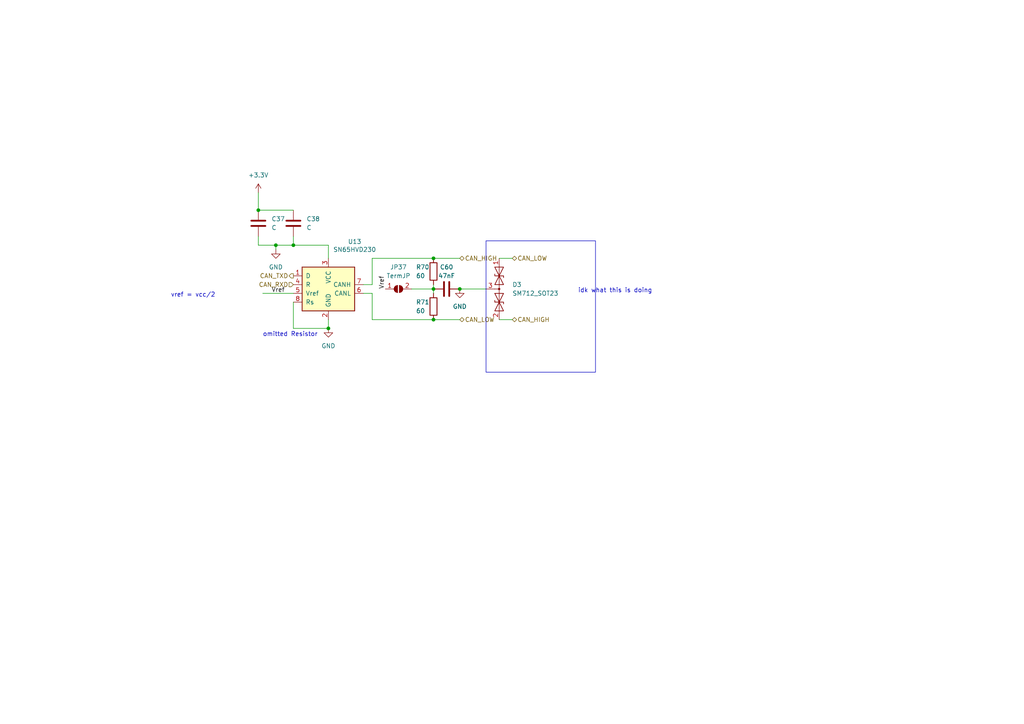
<source format=kicad_sch>
(kicad_sch (version 20230121) (generator eeschema)

  (uuid db92dc65-7c38-48f1-906f-11b9fe1f8371)

  (paper "A4")

  (lib_symbols
    (symbol "Device:C" (pin_numbers hide) (pin_names (offset 0.254)) (in_bom yes) (on_board yes)
      (property "Reference" "C" (at 0.635 2.54 0)
        (effects (font (size 1.27 1.27)) (justify left))
      )
      (property "Value" "C" (at 0.635 -2.54 0)
        (effects (font (size 1.27 1.27)) (justify left))
      )
      (property "Footprint" "" (at 0.9652 -3.81 0)
        (effects (font (size 1.27 1.27)) hide)
      )
      (property "Datasheet" "~" (at 0 0 0)
        (effects (font (size 1.27 1.27)) hide)
      )
      (property "ki_keywords" "cap capacitor" (at 0 0 0)
        (effects (font (size 1.27 1.27)) hide)
      )
      (property "ki_description" "Unpolarized capacitor" (at 0 0 0)
        (effects (font (size 1.27 1.27)) hide)
      )
      (property "ki_fp_filters" "C_*" (at 0 0 0)
        (effects (font (size 1.27 1.27)) hide)
      )
      (symbol "C_0_1"
        (polyline
          (pts
            (xy -2.032 -0.762)
            (xy 2.032 -0.762)
          )
          (stroke (width 0.508) (type default))
          (fill (type none))
        )
        (polyline
          (pts
            (xy -2.032 0.762)
            (xy 2.032 0.762)
          )
          (stroke (width 0.508) (type default))
          (fill (type none))
        )
      )
      (symbol "C_1_1"
        (pin passive line (at 0 3.81 270) (length 2.794)
          (name "~" (effects (font (size 1.27 1.27))))
          (number "1" (effects (font (size 1.27 1.27))))
        )
        (pin passive line (at 0 -3.81 90) (length 2.794)
          (name "~" (effects (font (size 1.27 1.27))))
          (number "2" (effects (font (size 1.27 1.27))))
        )
      )
    )
    (symbol "Device:R" (pin_numbers hide) (pin_names (offset 0)) (in_bom yes) (on_board yes)
      (property "Reference" "R" (at 2.032 0 90)
        (effects (font (size 1.27 1.27)))
      )
      (property "Value" "R" (at 0 0 90)
        (effects (font (size 1.27 1.27)))
      )
      (property "Footprint" "" (at -1.778 0 90)
        (effects (font (size 1.27 1.27)) hide)
      )
      (property "Datasheet" "~" (at 0 0 0)
        (effects (font (size 1.27 1.27)) hide)
      )
      (property "ki_keywords" "R res resistor" (at 0 0 0)
        (effects (font (size 1.27 1.27)) hide)
      )
      (property "ki_description" "Resistor" (at 0 0 0)
        (effects (font (size 1.27 1.27)) hide)
      )
      (property "ki_fp_filters" "R_*" (at 0 0 0)
        (effects (font (size 1.27 1.27)) hide)
      )
      (symbol "R_0_1"
        (rectangle (start -1.016 -2.54) (end 1.016 2.54)
          (stroke (width 0.254) (type default))
          (fill (type none))
        )
      )
      (symbol "R_1_1"
        (pin passive line (at 0 3.81 270) (length 1.27)
          (name "~" (effects (font (size 1.27 1.27))))
          (number "1" (effects (font (size 1.27 1.27))))
        )
        (pin passive line (at 0 -3.81 90) (length 1.27)
          (name "~" (effects (font (size 1.27 1.27))))
          (number "2" (effects (font (size 1.27 1.27))))
        )
      )
    )
    (symbol "Diode:SM712_SOT23" (pin_names (offset 1.016) hide) (in_bom yes) (on_board yes)
      (property "Reference" "D" (at 0 4.445 0)
        (effects (font (size 1.27 1.27)))
      )
      (property "Value" "SM712_SOT23" (at 0 2.54 0)
        (effects (font (size 1.27 1.27)))
      )
      (property "Footprint" "Package_TO_SOT_SMD:SOT-23" (at 0 -8.89 0)
        (effects (font (size 1.27 1.27)) hide)
      )
      (property "Datasheet" "https://www.littelfuse.com/~/media/electronics/datasheets/tvs_diode_arrays/littelfuse_tvs_diode_array_sm712_datasheet.pdf.pdf" (at -3.81 0 0)
        (effects (font (size 1.27 1.27)) hide)
      )
      (property "ki_keywords" "transient voltage suppressor thyrector transil" (at 0 0 0)
        (effects (font (size 1.27 1.27)) hide)
      )
      (property "ki_description" "7V/12V, 600W Asymmetrical TVS Diode Array, SOT-23" (at 0 0 0)
        (effects (font (size 1.27 1.27)) hide)
      )
      (property "ki_fp_filters" "SOT?23*" (at 0 0 0)
        (effects (font (size 1.27 1.27)) hide)
      )
      (symbol "SM712_SOT23_0_0"
        (polyline
          (pts
            (xy 0 -1.27)
            (xy 0 0)
          )
          (stroke (width 0) (type default))
          (fill (type none))
        )
      )
      (symbol "SM712_SOT23_0_1"
        (polyline
          (pts
            (xy -6.35 0)
            (xy 6.35 0)
          )
          (stroke (width 0) (type default))
          (fill (type none))
        )
        (polyline
          (pts
            (xy -3.302 1.27)
            (xy -3.81 1.27)
            (xy -3.81 -1.27)
            (xy -4.318 -1.27)
          )
          (stroke (width 0.2032) (type default))
          (fill (type none))
        )
        (polyline
          (pts
            (xy 4.318 1.27)
            (xy 3.81 1.27)
            (xy 3.81 -1.27)
            (xy 3.302 -1.27)
          )
          (stroke (width 0.2032) (type default))
          (fill (type none))
        )
        (polyline
          (pts
            (xy -6.35 -1.27)
            (xy -1.27 1.27)
            (xy -1.27 -1.27)
            (xy -6.35 1.27)
            (xy -6.35 -1.27)
          )
          (stroke (width 0.2032) (type default))
          (fill (type none))
        )
        (polyline
          (pts
            (xy 1.27 -1.27)
            (xy 1.27 1.27)
            (xy 6.35 -1.27)
            (xy 6.35 1.27)
            (xy 1.27 -1.27)
          )
          (stroke (width 0.2032) (type default))
          (fill (type none))
        )
        (circle (center 0 0) (radius 0.254)
          (stroke (width 0) (type default))
          (fill (type outline))
        )
      )
      (symbol "SM712_SOT23_1_1"
        (pin passive line (at -8.89 0 0) (length 2.54)
          (name "A1" (effects (font (size 1.27 1.27))))
          (number "1" (effects (font (size 1.27 1.27))))
        )
        (pin passive line (at 8.89 0 180) (length 2.54)
          (name "A2" (effects (font (size 1.27 1.27))))
          (number "2" (effects (font (size 1.27 1.27))))
        )
        (pin input line (at 0 -3.81 90) (length 2.54)
          (name "common" (effects (font (size 1.27 1.27))))
          (number "3" (effects (font (size 1.27 1.27))))
        )
      )
    )
    (symbol "Interface_CAN_LIN:SN65HVD230" (pin_names (offset 1.016)) (in_bom yes) (on_board yes)
      (property "Reference" "U" (at -2.54 10.16 0)
        (effects (font (size 1.27 1.27)) (justify right))
      )
      (property "Value" "SN65HVD230" (at -2.54 7.62 0)
        (effects (font (size 1.27 1.27)) (justify right))
      )
      (property "Footprint" "Package_SO:SOIC-8_3.9x4.9mm_P1.27mm" (at 0 -12.7 0)
        (effects (font (size 1.27 1.27)) hide)
      )
      (property "Datasheet" "http://www.ti.com/lit/ds/symlink/sn65hvd230.pdf" (at -2.54 10.16 0)
        (effects (font (size 1.27 1.27)) hide)
      )
      (property "ki_keywords" "can transeiver ti low-power" (at 0 0 0)
        (effects (font (size 1.27 1.27)) hide)
      )
      (property "ki_description" "CAN Bus Transceivers, 3.3V, 1Mbps, Low-Power capabilities, SOIC-8" (at 0 0 0)
        (effects (font (size 1.27 1.27)) hide)
      )
      (property "ki_fp_filters" "SOIC*3.9x4.9mm*P1.27mm*" (at 0 0 0)
        (effects (font (size 1.27 1.27)) hide)
      )
      (symbol "SN65HVD230_0_1"
        (rectangle (start -7.62 5.08) (end 7.62 -7.62)
          (stroke (width 0.254) (type default))
          (fill (type background))
        )
      )
      (symbol "SN65HVD230_1_1"
        (pin input line (at -10.16 2.54 0) (length 2.54)
          (name "D" (effects (font (size 1.27 1.27))))
          (number "1" (effects (font (size 1.27 1.27))))
        )
        (pin power_in line (at 0 -10.16 90) (length 2.54)
          (name "GND" (effects (font (size 1.27 1.27))))
          (number "2" (effects (font (size 1.27 1.27))))
        )
        (pin power_in line (at 0 7.62 270) (length 2.54)
          (name "VCC" (effects (font (size 1.27 1.27))))
          (number "3" (effects (font (size 1.27 1.27))))
        )
        (pin output line (at -10.16 0 0) (length 2.54)
          (name "R" (effects (font (size 1.27 1.27))))
          (number "4" (effects (font (size 1.27 1.27))))
        )
        (pin output line (at -10.16 -2.54 0) (length 2.54)
          (name "Vref" (effects (font (size 1.27 1.27))))
          (number "5" (effects (font (size 1.27 1.27))))
        )
        (pin bidirectional line (at 10.16 -2.54 180) (length 2.54)
          (name "CANL" (effects (font (size 1.27 1.27))))
          (number "6" (effects (font (size 1.27 1.27))))
        )
        (pin bidirectional line (at 10.16 0 180) (length 2.54)
          (name "CANH" (effects (font (size 1.27 1.27))))
          (number "7" (effects (font (size 1.27 1.27))))
        )
        (pin input line (at -10.16 -5.08 0) (length 2.54)
          (name "Rs" (effects (font (size 1.27 1.27))))
          (number "8" (effects (font (size 1.27 1.27))))
        )
      )
    )
    (symbol "Jumper:SolderJumper_2_Open" (pin_names (offset 0) hide) (in_bom yes) (on_board yes)
      (property "Reference" "JP" (at 0 2.032 0)
        (effects (font (size 1.27 1.27)))
      )
      (property "Value" "SolderJumper_2_Open" (at 0 -2.54 0)
        (effects (font (size 1.27 1.27)))
      )
      (property "Footprint" "" (at 0 0 0)
        (effects (font (size 1.27 1.27)) hide)
      )
      (property "Datasheet" "~" (at 0 0 0)
        (effects (font (size 1.27 1.27)) hide)
      )
      (property "ki_keywords" "solder jumper SPST" (at 0 0 0)
        (effects (font (size 1.27 1.27)) hide)
      )
      (property "ki_description" "Solder Jumper, 2-pole, open" (at 0 0 0)
        (effects (font (size 1.27 1.27)) hide)
      )
      (property "ki_fp_filters" "SolderJumper*Open*" (at 0 0 0)
        (effects (font (size 1.27 1.27)) hide)
      )
      (symbol "SolderJumper_2_Open_0_1"
        (arc (start -0.254 1.016) (mid -1.2656 0) (end -0.254 -1.016)
          (stroke (width 0) (type default))
          (fill (type none))
        )
        (arc (start -0.254 1.016) (mid -1.2656 0) (end -0.254 -1.016)
          (stroke (width 0) (type default))
          (fill (type outline))
        )
        (polyline
          (pts
            (xy -0.254 1.016)
            (xy -0.254 -1.016)
          )
          (stroke (width 0) (type default))
          (fill (type none))
        )
        (polyline
          (pts
            (xy 0.254 1.016)
            (xy 0.254 -1.016)
          )
          (stroke (width 0) (type default))
          (fill (type none))
        )
        (arc (start 0.254 -1.016) (mid 1.2656 0) (end 0.254 1.016)
          (stroke (width 0) (type default))
          (fill (type none))
        )
        (arc (start 0.254 -1.016) (mid 1.2656 0) (end 0.254 1.016)
          (stroke (width 0) (type default))
          (fill (type outline))
        )
      )
      (symbol "SolderJumper_2_Open_1_1"
        (pin passive line (at -3.81 0 0) (length 2.54)
          (name "A" (effects (font (size 1.27 1.27))))
          (number "1" (effects (font (size 1.27 1.27))))
        )
        (pin passive line (at 3.81 0 180) (length 2.54)
          (name "B" (effects (font (size 1.27 1.27))))
          (number "2" (effects (font (size 1.27 1.27))))
        )
      )
    )
    (symbol "power:+3.3V" (power) (pin_names (offset 0)) (in_bom yes) (on_board yes)
      (property "Reference" "#PWR" (at 0 -3.81 0)
        (effects (font (size 1.27 1.27)) hide)
      )
      (property "Value" "+3.3V" (at 0 3.556 0)
        (effects (font (size 1.27 1.27)))
      )
      (property "Footprint" "" (at 0 0 0)
        (effects (font (size 1.27 1.27)) hide)
      )
      (property "Datasheet" "" (at 0 0 0)
        (effects (font (size 1.27 1.27)) hide)
      )
      (property "ki_keywords" "global power" (at 0 0 0)
        (effects (font (size 1.27 1.27)) hide)
      )
      (property "ki_description" "Power symbol creates a global label with name \"+3.3V\"" (at 0 0 0)
        (effects (font (size 1.27 1.27)) hide)
      )
      (symbol "+3.3V_0_1"
        (polyline
          (pts
            (xy -0.762 1.27)
            (xy 0 2.54)
          )
          (stroke (width 0) (type default))
          (fill (type none))
        )
        (polyline
          (pts
            (xy 0 0)
            (xy 0 2.54)
          )
          (stroke (width 0) (type default))
          (fill (type none))
        )
        (polyline
          (pts
            (xy 0 2.54)
            (xy 0.762 1.27)
          )
          (stroke (width 0) (type default))
          (fill (type none))
        )
      )
      (symbol "+3.3V_1_1"
        (pin power_in line (at 0 0 90) (length 0) hide
          (name "+3.3V" (effects (font (size 1.27 1.27))))
          (number "1" (effects (font (size 1.27 1.27))))
        )
      )
    )
    (symbol "power:GND" (power) (pin_names (offset 0)) (in_bom yes) (on_board yes)
      (property "Reference" "#PWR" (at 0 -6.35 0)
        (effects (font (size 1.27 1.27)) hide)
      )
      (property "Value" "GND" (at 0 -3.81 0)
        (effects (font (size 1.27 1.27)))
      )
      (property "Footprint" "" (at 0 0 0)
        (effects (font (size 1.27 1.27)) hide)
      )
      (property "Datasheet" "" (at 0 0 0)
        (effects (font (size 1.27 1.27)) hide)
      )
      (property "ki_keywords" "global power" (at 0 0 0)
        (effects (font (size 1.27 1.27)) hide)
      )
      (property "ki_description" "Power symbol creates a global label with name \"GND\" , ground" (at 0 0 0)
        (effects (font (size 1.27 1.27)) hide)
      )
      (symbol "GND_0_1"
        (polyline
          (pts
            (xy 0 0)
            (xy 0 -1.27)
            (xy 1.27 -1.27)
            (xy 0 -2.54)
            (xy -1.27 -1.27)
            (xy 0 -1.27)
          )
          (stroke (width 0) (type default))
          (fill (type none))
        )
      )
      (symbol "GND_1_1"
        (pin power_in line (at 0 0 270) (length 0) hide
          (name "GND" (effects (font (size 1.27 1.27))))
          (number "1" (effects (font (size 1.27 1.27))))
        )
      )
    )
  )

  (junction (at 85.09 71.12) (diameter 0) (color 0 0 0 0)
    (uuid 16c10ba7-67a0-4f97-a15e-acc32e670c07)
  )
  (junction (at 74.93 60.96) (diameter 0) (color 0 0 0 0)
    (uuid 1f2163a0-77bb-45dc-8538-2c95b61285a3)
  )
  (junction (at 80.01 71.12) (diameter 0) (color 0 0 0 0)
    (uuid 26865989-6b32-4469-a425-36862b2b4af6)
  )
  (junction (at 125.73 92.71) (diameter 0) (color 0 0 0 0)
    (uuid 5c5ce7b8-f25f-4959-be6a-1ab65d8043cd)
  )
  (junction (at 95.25 95.25) (diameter 0) (color 0 0 0 0)
    (uuid 820655c0-610a-4c25-bb56-19b809c0638a)
  )
  (junction (at 125.73 74.93) (diameter 0) (color 0 0 0 0)
    (uuid b64b2c45-4af3-446b-bd91-643829dea8a9)
  )
  (junction (at 133.35 83.82) (diameter 0) (color 0 0 0 0)
    (uuid d2400a50-5e33-447d-96f0-216defc99d53)
  )
  (junction (at 125.73 83.82) (diameter 0) (color 0 0 0 0)
    (uuid e0d1bd43-330a-45b5-8229-1f7e46ab7e26)
  )

  (wire (pts (xy 107.95 92.71) (xy 125.73 92.71))
    (stroke (width 0) (type default))
    (uuid 0543b22c-31fb-4929-8a03-3fc6b99dfd5d)
  )
  (wire (pts (xy 119.38 83.82) (xy 125.73 83.82))
    (stroke (width 0) (type default))
    (uuid 065dc679-239c-4d51-8d4c-022a8589c214)
  )
  (wire (pts (xy 107.95 74.93) (xy 107.95 82.55))
    (stroke (width 0) (type default))
    (uuid 09157279-cd7b-4ef9-a473-8580accd4126)
  )
  (wire (pts (xy 125.73 82.55) (xy 125.73 83.82))
    (stroke (width 0) (type default))
    (uuid 272382f5-d993-48bc-94e6-bcb31adcd255)
  )
  (wire (pts (xy 95.25 92.71) (xy 95.25 95.25))
    (stroke (width 0) (type default))
    (uuid 28fae4da-fcb9-4d04-808f-4a8406f22b88)
  )
  (wire (pts (xy 74.93 68.58) (xy 74.93 71.12))
    (stroke (width 0) (type default))
    (uuid 29a56fce-63e0-4d11-aeb7-35e7eda57f5b)
  )
  (wire (pts (xy 76.2 85.09) (xy 85.09 85.09))
    (stroke (width 0) (type default))
    (uuid 40b73e42-3bda-4afd-af3b-461d2c350c42)
  )
  (wire (pts (xy 80.01 71.12) (xy 85.09 71.12))
    (stroke (width 0) (type default))
    (uuid 41b9e7a4-b870-4b87-8c1f-635dedde70a4)
  )
  (wire (pts (xy 107.95 82.55) (xy 105.41 82.55))
    (stroke (width 0) (type default))
    (uuid 41e2dda2-47aa-4f08-a281-85e611cd9abb)
  )
  (wire (pts (xy 125.73 74.93) (xy 107.95 74.93))
    (stroke (width 0) (type default))
    (uuid 474a7dad-445b-457f-97df-e50bdb270cf5)
  )
  (wire (pts (xy 105.41 85.09) (xy 107.95 85.09))
    (stroke (width 0) (type default))
    (uuid 4cab54e8-2347-4e78-9e31-783b5b259d4a)
  )
  (wire (pts (xy 144.78 92.71) (xy 148.59 92.71))
    (stroke (width 0) (type default))
    (uuid 53a942c3-a2e1-4e38-a3fa-7b883b72c7dd)
  )
  (wire (pts (xy 85.09 87.63) (xy 85.09 95.25))
    (stroke (width 0) (type default))
    (uuid 58742b51-232c-438e-a5c8-4911ce8f1673)
  )
  (wire (pts (xy 85.09 71.12) (xy 95.25 71.12))
    (stroke (width 0) (type default))
    (uuid 78067688-11a4-43ac-bdcc-97eadcbe56c3)
  )
  (wire (pts (xy 144.78 74.93) (xy 148.59 74.93))
    (stroke (width 0) (type default))
    (uuid 7846d0d2-70b7-4c54-8576-6df306c20ece)
  )
  (wire (pts (xy 125.73 74.93) (xy 133.35 74.93))
    (stroke (width 0) (type default))
    (uuid 7c5bf7e4-bae7-43dd-8e17-5bfc01deb7a7)
  )
  (wire (pts (xy 80.01 71.12) (xy 80.01 72.39))
    (stroke (width 0) (type default))
    (uuid 9a89c5c4-ea5b-410a-94c6-c7981ee6a340)
  )
  (wire (pts (xy 85.09 95.25) (xy 95.25 95.25))
    (stroke (width 0) (type default))
    (uuid a5110283-e59f-461a-b7f9-71e41c25f83f)
  )
  (wire (pts (xy 74.93 55.88) (xy 74.93 60.96))
    (stroke (width 0) (type default))
    (uuid a5c4a26e-4bca-4edb-85e1-3f627f004a9a)
  )
  (wire (pts (xy 107.95 85.09) (xy 107.95 92.71))
    (stroke (width 0) (type default))
    (uuid a603a66f-81db-4718-a8ff-0d045aec4b06)
  )
  (wire (pts (xy 95.25 71.12) (xy 95.25 74.93))
    (stroke (width 0) (type default))
    (uuid a9e82c61-eb8c-47ca-abf4-98785cc012c7)
  )
  (wire (pts (xy 74.93 60.96) (xy 85.09 60.96))
    (stroke (width 0) (type default))
    (uuid aa841817-6f4e-4a94-bad8-54d9b4fef093)
  )
  (wire (pts (xy 133.35 83.82) (xy 140.97 83.82))
    (stroke (width 0) (type default))
    (uuid afcc50a5-5e65-459b-9094-72d82d60026a)
  )
  (wire (pts (xy 125.73 83.82) (xy 125.73 85.09))
    (stroke (width 0) (type default))
    (uuid b9cfa9b7-a9d6-44a8-87ae-50b1972752ee)
  )
  (wire (pts (xy 85.09 68.58) (xy 85.09 71.12))
    (stroke (width 0) (type default))
    (uuid d74d1535-89eb-4a40-b3cc-52a73f3d756f)
  )
  (wire (pts (xy 74.93 71.12) (xy 80.01 71.12))
    (stroke (width 0) (type default))
    (uuid e859d51e-f5ea-4a89-9793-bf8eabbe16b9)
  )
  (wire (pts (xy 125.73 92.71) (xy 133.35 92.71))
    (stroke (width 0) (type default))
    (uuid feb4d4ac-dd73-423c-bcef-53d12a745e4b)
  )

  (rectangle (start 140.97 69.85) (end 172.72 107.95)
    (stroke (width 0) (type default))
    (fill (type none))
    (uuid 7a41e4ef-e335-4881-ac6e-bd1a802a6900)
  )

  (text "vref = vcc/2\n" (at 49.53 86.36 0)
    (effects (font (size 1.27 1.27)) (justify left bottom))
    (uuid 092ac143-a1c0-4159-b2cd-d235437cb31c)
  )
  (text "idk what this is doing\n" (at 167.64 85.09 0)
    (effects (font (size 1.27 1.27)) (justify left bottom))
    (uuid 37a70fdf-280f-4a17-adf6-58b4d4ae4612)
  )
  (text "omitted Resistor \n" (at 76.2 97.79 0)
    (effects (font (size 1.27 1.27)) (justify left bottom))
    (uuid db0f7826-eb65-475b-9609-bd020eab4f51)
  )

  (label "Vref" (at 111.76 83.82 90) (fields_autoplaced)
    (effects (font (size 1.27 1.27)) (justify left bottom))
    (uuid 0e39bb08-ebed-4a68-90d6-ef2eb86f3659)
  )
  (label "Vref" (at 78.74 85.09 0) (fields_autoplaced)
    (effects (font (size 1.27 1.27)) (justify left bottom))
    (uuid 5e8115d0-3b56-47d4-acda-afa1549fffec)
  )

  (hierarchical_label "CAN_TXD" (shape output) (at 85.09 80.01 180) (fields_autoplaced)
    (effects (font (size 1.27 1.27)) (justify right))
    (uuid 15d99959-c5f1-4689-8606-4e979675ed83)
  )
  (hierarchical_label "CAN_LOW" (shape bidirectional) (at 133.35 92.71 0) (fields_autoplaced)
    (effects (font (size 1.27 1.27)) (justify left))
    (uuid 3fb672b8-7110-46fd-9682-00d00f7c9718)
  )
  (hierarchical_label "CAN_HIGH" (shape bidirectional) (at 133.35 74.93 0) (fields_autoplaced)
    (effects (font (size 1.27 1.27)) (justify left))
    (uuid 46a6d0ba-3412-4650-8dba-ff6a6e60fad4)
  )
  (hierarchical_label "CAN_LOW" (shape bidirectional) (at 148.59 74.93 0) (fields_autoplaced)
    (effects (font (size 1.27 1.27)) (justify left))
    (uuid 4d65ce00-8e2a-48c4-b478-4cd2feacb189)
  )
  (hierarchical_label "CAN_HIGH" (shape bidirectional) (at 148.59 92.71 0) (fields_autoplaced)
    (effects (font (size 1.27 1.27)) (justify left))
    (uuid 4f1aff12-b449-4e85-9ca5-25dc35e5392c)
  )
  (hierarchical_label "CAN_RXD" (shape input) (at 85.09 82.55 180) (fields_autoplaced)
    (effects (font (size 1.27 1.27)) (justify right))
    (uuid b6a63a0d-e4a7-46c9-bb34-2228fd22a727)
  )

  (symbol (lib_id "Device:C") (at 74.93 64.77 0) (unit 1)
    (in_bom yes) (on_board yes) (dnp no) (fields_autoplaced)
    (uuid 013f9094-2b4c-4285-bfef-ad5567f131d5)
    (property "Reference" "C37" (at 78.74 63.5 0)
      (effects (font (size 1.27 1.27)) (justify left))
    )
    (property "Value" "C" (at 78.74 66.04 0)
      (effects (font (size 1.27 1.27)) (justify left))
    )
    (property "Footprint" "" (at 75.8952 68.58 0)
      (effects (font (size 1.27 1.27)) hide)
    )
    (property "Datasheet" "~" (at 74.93 64.77 0)
      (effects (font (size 1.27 1.27)) hide)
    )
    (pin "1" (uuid c62a710a-b6da-4918-a643-e2d741af9ab9))
    (pin "2" (uuid e1ec778b-f7d2-475a-b77b-18d795af13aa))
    (instances
      (project "NewMiniKermit"
        (path "/b3ecbcce-8bc5-493c-b5b6-3e2f69f7358a/1f6528d3-42b4-42e1-8d30-1df4cc9c2f85"
          (reference "C37") (unit 1)
        )
      )
    )
  )

  (symbol (lib_id "power:GND") (at 133.35 83.82 0) (unit 1)
    (in_bom yes) (on_board yes) (dnp no) (fields_autoplaced)
    (uuid 1f8e625e-fd0d-45d7-a1c1-f3950055bef8)
    (property "Reference" "#PWR0155" (at 133.35 90.17 0)
      (effects (font (size 1.27 1.27)) hide)
    )
    (property "Value" "GND" (at 133.35 88.9 0)
      (effects (font (size 1.27 1.27)))
    )
    (property "Footprint" "" (at 133.35 83.82 0)
      (effects (font (size 1.27 1.27)) hide)
    )
    (property "Datasheet" "" (at 133.35 83.82 0)
      (effects (font (size 1.27 1.27)) hide)
    )
    (pin "1" (uuid 0e07a257-58aa-43be-9000-f8a9b24be8db))
    (instances
      (project "sensorboard"
        (path "/26801cfb-b53b-4a6a-a2f4-5f4986565765/f5d08e6e-78a9-4643-8dbf-1f1240e72106"
          (reference "#PWR0155") (unit 1)
        )
      )
      (project "NewMiniKermit"
        (path "/b3ecbcce-8bc5-493c-b5b6-3e2f69f7358a/1f6528d3-42b4-42e1-8d30-1df4cc9c2f85"
          (reference "#PWR061") (unit 1)
        )
      )
    )
  )

  (symbol (lib_id "power:GND") (at 80.01 72.39 0) (unit 1)
    (in_bom yes) (on_board yes) (dnp no) (fields_autoplaced)
    (uuid 70e6116a-d3f7-43a4-98f7-6c0e8adb7f05)
    (property "Reference" "#PWR060" (at 80.01 78.74 0)
      (effects (font (size 1.27 1.27)) hide)
    )
    (property "Value" "GND" (at 80.01 77.47 0)
      (effects (font (size 1.27 1.27)))
    )
    (property "Footprint" "" (at 80.01 72.39 0)
      (effects (font (size 1.27 1.27)) hide)
    )
    (property "Datasheet" "" (at 80.01 72.39 0)
      (effects (font (size 1.27 1.27)) hide)
    )
    (pin "1" (uuid f2390065-a7c2-4ca3-a049-a43ca8585f64))
    (instances
      (project "NewMiniKermit"
        (path "/b3ecbcce-8bc5-493c-b5b6-3e2f69f7358a/1f6528d3-42b4-42e1-8d30-1df4cc9c2f85"
          (reference "#PWR060") (unit 1)
        )
      )
    )
  )

  (symbol (lib_id "Device:C") (at 85.09 64.77 0) (unit 1)
    (in_bom yes) (on_board yes) (dnp no)
    (uuid 72f04fc9-2d77-4b88-b654-f5f8b79e18bc)
    (property "Reference" "C38" (at 88.9 63.5 0)
      (effects (font (size 1.27 1.27)) (justify left))
    )
    (property "Value" "C" (at 88.9 66.04 0)
      (effects (font (size 1.27 1.27)) (justify left))
    )
    (property "Footprint" "" (at 86.0552 68.58 0)
      (effects (font (size 1.27 1.27)) hide)
    )
    (property "Datasheet" "~" (at 85.09 64.77 0)
      (effects (font (size 1.27 1.27)) hide)
    )
    (pin "1" (uuid cc55091e-b469-453e-b5bf-14ab5898e105))
    (pin "2" (uuid 6f20a9ca-6228-473f-8d5e-cdc334cc485f))
    (instances
      (project "NewMiniKermit"
        (path "/b3ecbcce-8bc5-493c-b5b6-3e2f69f7358a/1f6528d3-42b4-42e1-8d30-1df4cc9c2f85"
          (reference "C38") (unit 1)
        )
      )
    )
  )

  (symbol (lib_id "Interface_CAN_LIN:SN65HVD230") (at 95.25 82.55 0) (unit 1)
    (in_bom yes) (on_board yes) (dnp no) (fields_autoplaced)
    (uuid 82011b99-49af-4eb5-a6ab-b0b2dbeb15f2)
    (property "Reference" "U13" (at 102.87 70.0786 0)
      (effects (font (size 1.27 1.27)))
    )
    (property "Value" "SN65HVD230" (at 102.87 72.39 0)
      (effects (font (size 1.27 1.27)))
    )
    (property "Footprint" "Package_SO:SOIC-8_3.9x4.9mm_P1.27mm" (at 95.25 95.25 0)
      (effects (font (size 1.27 1.27)) hide)
    )
    (property "Datasheet" "http://www.ti.com/lit/ds/symlink/sn65hvd230.pdf" (at 92.71 72.39 0)
      (effects (font (size 1.27 1.27)) hide)
    )
    (pin "1" (uuid 5e004be7-1688-4def-a304-838c64e74c77))
    (pin "2" (uuid 410afbe4-9d0b-4f46-8fb1-27fc6ecab235))
    (pin "3" (uuid 6b153101-8e65-42d4-946e-dc8da661ebe0))
    (pin "4" (uuid e4c816c2-0d1e-4297-aca9-2722b614a936))
    (pin "5" (uuid 22dc03cd-2b26-4cb7-927c-264a9af92eb9))
    (pin "6" (uuid 04801541-8497-40e4-bb4a-c51bb90e4c0e))
    (pin "7" (uuid 52a85925-2321-430e-ad5a-1da25b5ca4fd))
    (pin "8" (uuid 2a6a7161-3850-4b9c-b252-14ebed0775dc))
    (instances
      (project "sensorboard"
        (path "/26801cfb-b53b-4a6a-a2f4-5f4986565765/f5d08e6e-78a9-4643-8dbf-1f1240e72106"
          (reference "U13") (unit 1)
        )
      )
      (project "NewMiniKermit"
        (path "/b3ecbcce-8bc5-493c-b5b6-3e2f69f7358a/1f6528d3-42b4-42e1-8d30-1df4cc9c2f85"
          (reference "U8") (unit 1)
        )
      )
    )
  )

  (symbol (lib_id "Jumper:SolderJumper_2_Open") (at 115.57 83.82 0) (unit 1)
    (in_bom yes) (on_board yes) (dnp no) (fields_autoplaced)
    (uuid 8f881eb3-de60-4dca-8d28-68fe2c56013c)
    (property "Reference" "JP37" (at 115.57 77.47 0)
      (effects (font (size 1.27 1.27)))
    )
    (property "Value" "TermJP" (at 115.57 80.01 0)
      (effects (font (size 1.27 1.27)))
    )
    (property "Footprint" "Jumper:SolderJumper-2_P1.3mm_Open_RoundedPad1.0x1.5mm" (at 115.57 83.82 0)
      (effects (font (size 1.27 1.27)) hide)
    )
    (property "Datasheet" "~" (at 115.57 83.82 0)
      (effects (font (size 1.27 1.27)) hide)
    )
    (pin "1" (uuid ee4f4296-4051-447b-8237-d86085488f0f))
    (pin "2" (uuid 8e2687bb-7ecf-4c8f-8a27-d2314a9c689c))
    (instances
      (project "sensorboard"
        (path "/26801cfb-b53b-4a6a-a2f4-5f4986565765/f5d08e6e-78a9-4643-8dbf-1f1240e72106"
          (reference "JP37") (unit 1)
        )
      )
      (project "NewMiniKermit"
        (path "/b3ecbcce-8bc5-493c-b5b6-3e2f69f7358a/1f6528d3-42b4-42e1-8d30-1df4cc9c2f85"
          (reference "JP1") (unit 1)
        )
      )
    )
  )

  (symbol (lib_id "Device:R") (at 125.73 78.74 0) (unit 1)
    (in_bom yes) (on_board yes) (dnp no) (fields_autoplaced)
    (uuid a1545282-86a9-4bda-b72a-d848584a15e2)
    (property "Reference" "R70" (at 120.65 77.47 0)
      (effects (font (size 1.27 1.27)) (justify left))
    )
    (property "Value" "60" (at 120.65 80.01 0)
      (effects (font (size 1.27 1.27)) (justify left))
    )
    (property "Footprint" "Resistor_SMD:R_0603_1608Metric" (at 123.952 78.74 90)
      (effects (font (size 1.27 1.27)) hide)
    )
    (property "Datasheet" "~" (at 125.73 78.74 0)
      (effects (font (size 1.27 1.27)) hide)
    )
    (pin "1" (uuid e49ac1f5-c32c-4378-a5d9-841de2e44e32))
    (pin "2" (uuid 51d91377-be6c-4b88-9284-7bdde09891cd))
    (instances
      (project "sensorboard"
        (path "/26801cfb-b53b-4a6a-a2f4-5f4986565765/f5d08e6e-78a9-4643-8dbf-1f1240e72106"
          (reference "R70") (unit 1)
        )
      )
      (project "NewMiniKermit"
        (path "/b3ecbcce-8bc5-493c-b5b6-3e2f69f7358a/1f6528d3-42b4-42e1-8d30-1df4cc9c2f85"
          (reference "R13") (unit 1)
        )
      )
    )
  )

  (symbol (lib_id "power:+3.3V") (at 74.93 55.88 0) (unit 1)
    (in_bom yes) (on_board yes) (dnp no) (fields_autoplaced)
    (uuid ac7d9f72-a516-4e99-ae9d-da46d73e7a0f)
    (property "Reference" "#PWR059" (at 74.93 59.69 0)
      (effects (font (size 1.27 1.27)) hide)
    )
    (property "Value" "+3.3V" (at 74.93 50.8 0)
      (effects (font (size 1.27 1.27)))
    )
    (property "Footprint" "" (at 74.93 55.88 0)
      (effects (font (size 1.27 1.27)) hide)
    )
    (property "Datasheet" "" (at 74.93 55.88 0)
      (effects (font (size 1.27 1.27)) hide)
    )
    (pin "1" (uuid d4c2faf1-98a1-4275-9650-e71846b06717))
    (instances
      (project "NewMiniKermit"
        (path "/b3ecbcce-8bc5-493c-b5b6-3e2f69f7358a/1f6528d3-42b4-42e1-8d30-1df4cc9c2f85"
          (reference "#PWR059") (unit 1)
        )
      )
    )
  )

  (symbol (lib_id "power:GND") (at 95.25 95.25 0) (unit 1)
    (in_bom yes) (on_board yes) (dnp no) (fields_autoplaced)
    (uuid c4e9a2a5-38cb-4602-8f15-611d418f32b6)
    (property "Reference" "#PWR058" (at 95.25 101.6 0)
      (effects (font (size 1.27 1.27)) hide)
    )
    (property "Value" "GND" (at 95.25 100.33 0)
      (effects (font (size 1.27 1.27)))
    )
    (property "Footprint" "" (at 95.25 95.25 0)
      (effects (font (size 1.27 1.27)) hide)
    )
    (property "Datasheet" "" (at 95.25 95.25 0)
      (effects (font (size 1.27 1.27)) hide)
    )
    (pin "1" (uuid 35da1565-8c29-4e5c-a9ae-3d5f99097794))
    (instances
      (project "NewMiniKermit"
        (path "/b3ecbcce-8bc5-493c-b5b6-3e2f69f7358a/1f6528d3-42b4-42e1-8d30-1df4cc9c2f85"
          (reference "#PWR058") (unit 1)
        )
      )
    )
  )

  (symbol (lib_id "Device:R") (at 125.73 88.9 0) (unit 1)
    (in_bom yes) (on_board yes) (dnp no) (fields_autoplaced)
    (uuid d38b6e40-5f84-46c4-9f13-ead1cd1053e1)
    (property "Reference" "R71" (at 120.65 87.63 0)
      (effects (font (size 1.27 1.27)) (justify left))
    )
    (property "Value" "60" (at 120.65 90.17 0)
      (effects (font (size 1.27 1.27)) (justify left))
    )
    (property "Footprint" "Resistor_SMD:R_0603_1608Metric" (at 123.952 88.9 90)
      (effects (font (size 1.27 1.27)) hide)
    )
    (property "Datasheet" "~" (at 125.73 88.9 0)
      (effects (font (size 1.27 1.27)) hide)
    )
    (pin "1" (uuid 654b7a86-1665-4744-8759-c89a4cf6f99c))
    (pin "2" (uuid 609ef591-c958-43d9-bef6-d3b5b266b854))
    (instances
      (project "sensorboard"
        (path "/26801cfb-b53b-4a6a-a2f4-5f4986565765/f5d08e6e-78a9-4643-8dbf-1f1240e72106"
          (reference "R71") (unit 1)
        )
      )
      (project "NewMiniKermit"
        (path "/b3ecbcce-8bc5-493c-b5b6-3e2f69f7358a/1f6528d3-42b4-42e1-8d30-1df4cc9c2f85"
          (reference "R14") (unit 1)
        )
      )
    )
  )

  (symbol (lib_id "Diode:SM712_SOT23") (at 144.78 83.82 270) (unit 1)
    (in_bom yes) (on_board yes) (dnp no) (fields_autoplaced)
    (uuid d5765a78-06ec-4a78-a89f-1509142595b9)
    (property "Reference" "D3" (at 148.59 82.55 90)
      (effects (font (size 1.27 1.27)) (justify left))
    )
    (property "Value" "SM712_SOT23" (at 148.59 85.09 90)
      (effects (font (size 1.27 1.27)) (justify left))
    )
    (property "Footprint" "Package_TO_SOT_SMD:SOT-23" (at 135.89 83.82 0)
      (effects (font (size 1.27 1.27)) hide)
    )
    (property "Datasheet" "https://www.littelfuse.com/~/media/electronics/datasheets/tvs_diode_arrays/littelfuse_tvs_diode_array_sm712_datasheet.pdf.pdf" (at 144.78 80.01 0)
      (effects (font (size 1.27 1.27)) hide)
    )
    (pin "1" (uuid 151833c5-ca4f-40f1-b02e-dd3a43c78ac4))
    (pin "2" (uuid ce6a6229-36b4-4492-a2b8-0018326bdafd))
    (pin "3" (uuid 67002140-5f24-431b-a1d7-c8b96f1e328f))
    (instances
      (project "sensorboard"
        (path "/26801cfb-b53b-4a6a-a2f4-5f4986565765/f5d08e6e-78a9-4643-8dbf-1f1240e72106"
          (reference "D3") (unit 1)
        )
      )
      (project "NewMiniKermit"
        (path "/b3ecbcce-8bc5-493c-b5b6-3e2f69f7358a/1f6528d3-42b4-42e1-8d30-1df4cc9c2f85"
          (reference "D1") (unit 1)
        )
      )
    )
  )

  (symbol (lib_id "Device:C") (at 129.54 83.82 90) (unit 1)
    (in_bom yes) (on_board yes) (dnp no) (fields_autoplaced)
    (uuid ebb3f8c2-2a6c-459e-86d9-bdcd790ce937)
    (property "Reference" "C60" (at 129.54 77.47 90)
      (effects (font (size 1.27 1.27)))
    )
    (property "Value" "47nF" (at 129.54 80.01 90)
      (effects (font (size 1.27 1.27)))
    )
    (property "Footprint" "Capacitor_SMD:C_0402_1005Metric" (at 133.35 82.8548 0)
      (effects (font (size 1.27 1.27)) hide)
    )
    (property "Datasheet" "~" (at 129.54 83.82 0)
      (effects (font (size 1.27 1.27)) hide)
    )
    (pin "1" (uuid ce5108a8-69c7-406d-9022-a16f31cf12ba))
    (pin "2" (uuid 6296270e-7bbb-4bf7-97ca-126ce11783c1))
    (instances
      (project "sensorboard"
        (path "/26801cfb-b53b-4a6a-a2f4-5f4986565765/f5d08e6e-78a9-4643-8dbf-1f1240e72106"
          (reference "C60") (unit 1)
        )
      )
      (project "NewMiniKermit"
        (path "/b3ecbcce-8bc5-493c-b5b6-3e2f69f7358a/1f6528d3-42b4-42e1-8d30-1df4cc9c2f85"
          (reference "C39") (unit 1)
        )
      )
    )
  )
)

</source>
